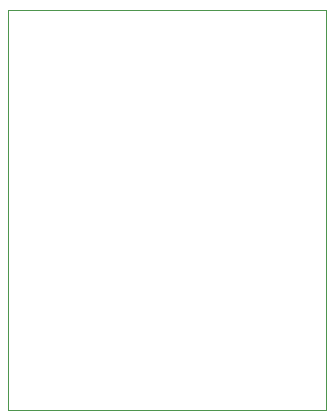
<source format=gbr>
G04 ===== Begin FILE IDENTIFICATION =====*
G04 File Format:  Gerber RS274X*
G04 ===== End FILE IDENTIFICATION =====*
%FSLAX24Y24*%
%MOIN*%
%SFA1.0000B1.0000*%
%OFA0.0B0.0*%
%ADD14C,0.000001*%
%LNbound*%
%IPPOS*%
%LPD*%
G75*
D14*
G01X-394Y11370D02*
G01Y-1969D01*
G01X10197Y11370D02*
G01X-394D01*
G01X10197Y-1969D02*
G01Y11370D01*
G01X-394Y-1969D02*
G01X10197D01*
M02*


</source>
